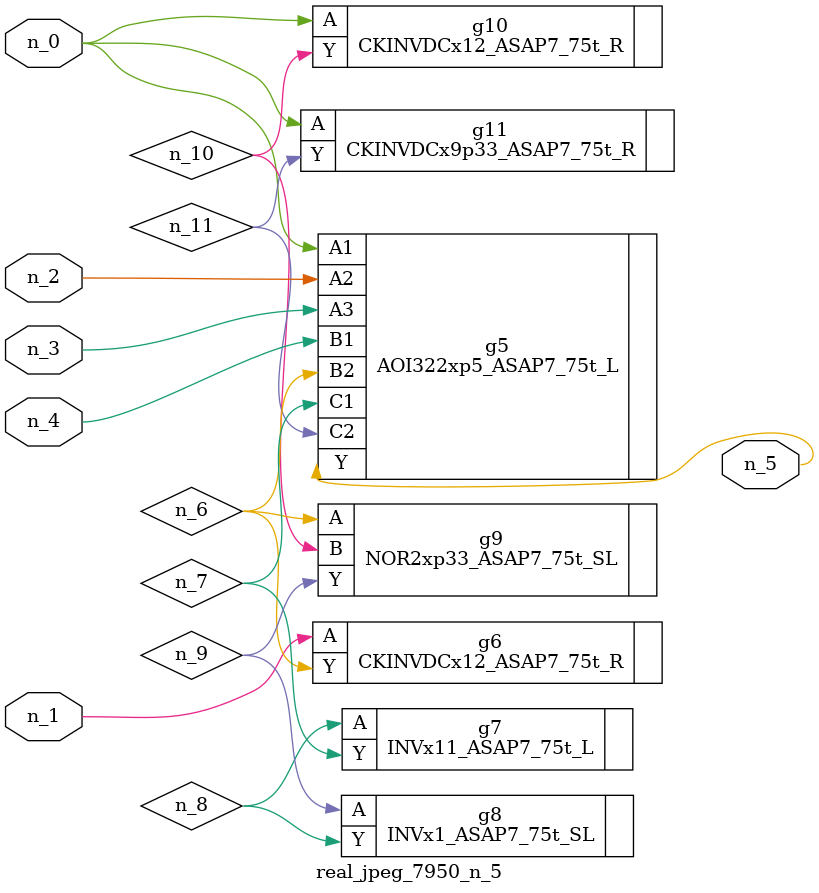
<source format=v>
module real_jpeg_7950_n_5 (n_4, n_0, n_1, n_2, n_3, n_5);

input n_4;
input n_0;
input n_1;
input n_2;
input n_3;

output n_5;

wire n_8;
wire n_11;
wire n_6;
wire n_7;
wire n_10;
wire n_9;

AOI322xp5_ASAP7_75t_L g5 ( 
.A1(n_0),
.A2(n_2),
.A3(n_3),
.B1(n_4),
.B2(n_6),
.C1(n_7),
.C2(n_11),
.Y(n_5)
);

CKINVDCx12_ASAP7_75t_R g10 ( 
.A(n_0),
.Y(n_10)
);

CKINVDCx9p33_ASAP7_75t_R g11 ( 
.A(n_0),
.Y(n_11)
);

CKINVDCx12_ASAP7_75t_R g6 ( 
.A(n_1),
.Y(n_6)
);

NOR2xp33_ASAP7_75t_SL g9 ( 
.A(n_6),
.B(n_10),
.Y(n_9)
);

INVx11_ASAP7_75t_L g7 ( 
.A(n_8),
.Y(n_7)
);

INVx1_ASAP7_75t_SL g8 ( 
.A(n_9),
.Y(n_8)
);


endmodule
</source>
